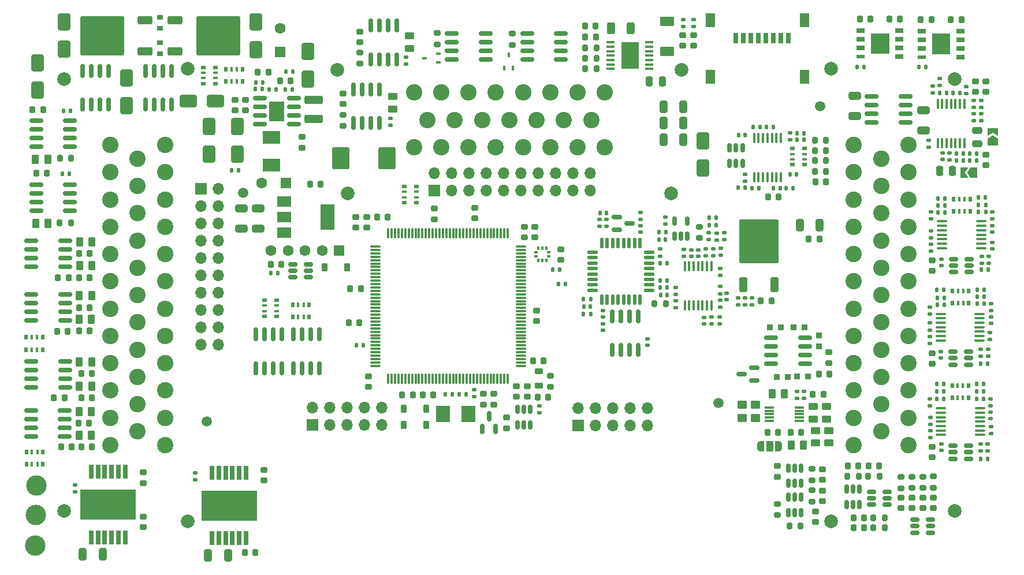
<source format=gbr>
%TF.GenerationSoftware,KiCad,Pcbnew,7.0.1*%
%TF.CreationDate,2024-06-21T03:41:51+03:00*%
%TF.ProjectId,ECUGDI,45435547-4449-42e6-9b69-6361645f7063,rev?*%
%TF.SameCoordinates,Original*%
%TF.FileFunction,Soldermask,Top*%
%TF.FilePolarity,Negative*%
%FSLAX46Y46*%
G04 Gerber Fmt 4.6, Leading zero omitted, Abs format (unit mm)*
G04 Created by KiCad (PCBNEW 7.0.1) date 2024-06-21 03:41:51*
%MOMM*%
%LPD*%
G01*
G04 APERTURE LIST*
G04 Aperture macros list*
%AMRoundRect*
0 Rectangle with rounded corners*
0 $1 Rounding radius*
0 $2 $3 $4 $5 $6 $7 $8 $9 X,Y pos of 4 corners*
0 Add a 4 corners polygon primitive as box body*
4,1,4,$2,$3,$4,$5,$6,$7,$8,$9,$2,$3,0*
0 Add four circle primitives for the rounded corners*
1,1,$1+$1,$2,$3*
1,1,$1+$1,$4,$5*
1,1,$1+$1,$6,$7*
1,1,$1+$1,$8,$9*
0 Add four rect primitives between the rounded corners*
20,1,$1+$1,$2,$3,$4,$5,0*
20,1,$1+$1,$4,$5,$6,$7,0*
20,1,$1+$1,$6,$7,$8,$9,0*
20,1,$1+$1,$8,$9,$2,$3,0*%
%AMFreePoly0*
4,1,19,0.550000,-0.750000,0.000000,-0.750000,0.000000,-0.744911,-0.071157,-0.744911,-0.207708,-0.704816,-0.327430,-0.627875,-0.420627,-0.520320,-0.479746,-0.390866,-0.500000,-0.250000,-0.500000,0.250000,-0.479746,0.390866,-0.420627,0.520320,-0.327430,0.627875,-0.207708,0.704816,-0.071157,0.744911,0.000000,0.744911,0.000000,0.750000,0.550000,0.750000,0.550000,-0.750000,0.550000,-0.750000,
$1*%
%AMFreePoly1*
4,1,19,0.000000,0.744911,0.071157,0.744911,0.207708,0.704816,0.327430,0.627875,0.420627,0.520320,0.479746,0.390866,0.500000,0.250000,0.500000,-0.250000,0.479746,-0.390866,0.420627,-0.520320,0.327430,-0.627875,0.207708,-0.704816,0.071157,-0.744911,0.000000,-0.744911,0.000000,-0.750000,-0.550000,-0.750000,-0.550000,0.750000,0.000000,0.750000,0.000000,0.744911,0.000000,0.744911,
$1*%
%AMFreePoly2*
4,1,6,1.000000,0.000000,0.500000,-0.750000,-0.500000,-0.750000,-0.500000,0.750000,0.500000,0.750000,1.000000,0.000000,1.000000,0.000000,$1*%
%AMFreePoly3*
4,1,6,0.500000,-0.750000,-0.650000,-0.750000,-0.150000,0.000000,-0.650000,0.750000,0.500000,0.750000,0.500000,-0.750000,0.500000,-0.750000,$1*%
G04 Aperture macros list end*
%ADD10C,1.500000*%
%ADD11RoundRect,0.085000X0.340000X0.340000X-0.340000X0.340000X-0.340000X-0.340000X0.340000X-0.340000X0*%
%ADD12RoundRect,0.225000X-0.250000X0.225000X-0.250000X-0.225000X0.250000X-0.225000X0.250000X0.225000X0*%
%ADD13RoundRect,0.150000X-0.150000X0.825000X-0.150000X-0.825000X0.150000X-0.825000X0.150000X0.825000X0*%
%ADD14RoundRect,0.250000X0.450000X-0.262500X0.450000X0.262500X-0.450000X0.262500X-0.450000X-0.262500X0*%
%ADD15RoundRect,0.200000X0.275000X-0.200000X0.275000X0.200000X-0.275000X0.200000X-0.275000X-0.200000X0*%
%ADD16RoundRect,0.250000X0.650000X-1.000000X0.650000X1.000000X-0.650000X1.000000X-0.650000X-1.000000X0*%
%ADD17RoundRect,0.225000X0.250000X-0.225000X0.250000X0.225000X-0.250000X0.225000X-0.250000X-0.225000X0*%
%ADD18RoundRect,0.250000X0.262500X0.450000X-0.262500X0.450000X-0.262500X-0.450000X0.262500X-0.450000X0*%
%ADD19RoundRect,0.250000X0.650000X-0.325000X0.650000X0.325000X-0.650000X0.325000X-0.650000X-0.325000X0*%
%ADD20RoundRect,0.135000X0.135000X0.185000X-0.135000X0.185000X-0.135000X-0.185000X0.135000X-0.185000X0*%
%ADD21RoundRect,0.200000X-0.275000X0.200000X-0.275000X-0.200000X0.275000X-0.200000X0.275000X0.200000X0*%
%ADD22RoundRect,0.150000X0.150000X-0.825000X0.150000X0.825000X-0.150000X0.825000X-0.150000X-0.825000X0*%
%ADD23RoundRect,0.135000X-0.185000X0.135000X-0.185000X-0.135000X0.185000X-0.135000X0.185000X0.135000X0*%
%ADD24RoundRect,0.135000X0.185000X-0.135000X0.185000X0.135000X-0.185000X0.135000X-0.185000X-0.135000X0*%
%ADD25C,3.000000*%
%ADD26RoundRect,0.140000X-0.140000X-0.170000X0.140000X-0.170000X0.140000X0.170000X-0.140000X0.170000X0*%
%ADD27RoundRect,0.225000X-0.225000X-0.250000X0.225000X-0.250000X0.225000X0.250000X-0.225000X0.250000X0*%
%ADD28RoundRect,0.150000X0.825000X0.150000X-0.825000X0.150000X-0.825000X-0.150000X0.825000X-0.150000X0*%
%ADD29R,0.500000X0.800000*%
%ADD30R,0.400000X0.800000*%
%ADD31RoundRect,0.075000X0.075000X-0.662500X0.075000X0.662500X-0.075000X0.662500X-0.075000X-0.662500X0*%
%ADD32RoundRect,0.075000X0.662500X-0.075000X0.662500X0.075000X-0.662500X0.075000X-0.662500X-0.075000X0*%
%ADD33RoundRect,0.140000X0.170000X-0.140000X0.170000X0.140000X-0.170000X0.140000X-0.170000X-0.140000X0*%
%ADD34R,0.800000X0.500000*%
%ADD35R,0.800000X0.400000*%
%ADD36RoundRect,0.225000X0.225000X0.250000X-0.225000X0.250000X-0.225000X-0.250000X0.225000X-0.250000X0*%
%ADD37RoundRect,0.200000X-0.200000X-0.275000X0.200000X-0.275000X0.200000X0.275000X-0.200000X0.275000X0*%
%ADD38RoundRect,0.225000X-0.225000X-0.375000X0.225000X-0.375000X0.225000X0.375000X-0.225000X0.375000X0*%
%ADD39RoundRect,0.218750X0.256250X-0.218750X0.256250X0.218750X-0.256250X0.218750X-0.256250X-0.218750X0*%
%ADD40RoundRect,0.250000X-0.650000X1.000000X-0.650000X-1.000000X0.650000X-1.000000X0.650000X1.000000X0*%
%ADD41RoundRect,0.150000X-0.825000X-0.150000X0.825000X-0.150000X0.825000X0.150000X-0.825000X0.150000X0*%
%ADD42RoundRect,0.100000X0.100000X-0.637500X0.100000X0.637500X-0.100000X0.637500X-0.100000X-0.637500X0*%
%ADD43RoundRect,0.250000X-0.450000X0.350000X-0.450000X-0.350000X0.450000X-0.350000X0.450000X0.350000X0*%
%ADD44RoundRect,0.135000X-0.135000X-0.185000X0.135000X-0.185000X0.135000X0.185000X-0.135000X0.185000X0*%
%ADD45R,1.400000X0.300000*%
%ADD46RoundRect,0.140000X0.140000X0.170000X-0.140000X0.170000X-0.140000X-0.170000X0.140000X-0.170000X0*%
%ADD47RoundRect,0.150000X0.512500X0.150000X-0.512500X0.150000X-0.512500X-0.150000X0.512500X-0.150000X0*%
%ADD48RoundRect,0.200000X0.200000X0.275000X-0.200000X0.275000X-0.200000X-0.275000X0.200000X-0.275000X0*%
%ADD49RoundRect,0.218750X0.218750X0.256250X-0.218750X0.256250X-0.218750X-0.256250X0.218750X-0.256250X0*%
%ADD50RoundRect,0.140000X-0.170000X0.140000X-0.170000X-0.140000X0.170000X-0.140000X0.170000X0.140000X0*%
%ADD51RoundRect,0.150000X-0.150000X0.512500X-0.150000X-0.512500X0.150000X-0.512500X0.150000X0.512500X0*%
%ADD52R,2.000000X2.400000*%
%ADD53R,0.450000X0.700000*%
%ADD54RoundRect,0.250000X0.250000X0.475000X-0.250000X0.475000X-0.250000X-0.475000X0.250000X-0.475000X0*%
%ADD55RoundRect,0.250000X-1.075000X0.375000X-1.075000X-0.375000X1.075000X-0.375000X1.075000X0.375000X0*%
%ADD56FreePoly0,0.000000*%
%ADD57R,1.000000X1.500000*%
%ADD58FreePoly1,0.000000*%
%ADD59RoundRect,0.250000X0.312500X0.625000X-0.312500X0.625000X-0.312500X-0.625000X0.312500X-0.625000X0*%
%ADD60RoundRect,0.100000X0.637500X0.100000X-0.637500X0.100000X-0.637500X-0.100000X0.637500X-0.100000X0*%
%ADD61R,0.650000X2.000000*%
%ADD62R,8.100000X4.500000*%
%ADD63RoundRect,0.250000X0.325000X0.650000X-0.325000X0.650000X-0.325000X-0.650000X0.325000X-0.650000X0*%
%ADD64RoundRect,0.070000X0.390000X-0.280000X0.390000X0.280000X-0.390000X0.280000X-0.390000X-0.280000X0*%
%ADD65R,1.700000X1.700000*%
%ADD66O,1.700000X1.700000*%
%ADD67RoundRect,0.250000X-0.450000X0.262500X-0.450000X-0.262500X0.450000X-0.262500X0.450000X0.262500X0*%
%ADD68R,2.500000X1.900000*%
%ADD69RoundRect,0.070000X-0.390000X0.280000X-0.390000X-0.280000X0.390000X-0.280000X0.390000X0.280000X0*%
%ADD70RoundRect,0.150000X0.150000X-0.512500X0.150000X0.512500X-0.150000X0.512500X-0.150000X-0.512500X0*%
%ADD71RoundRect,0.100000X-0.100000X0.637500X-0.100000X-0.637500X0.100000X-0.637500X0.100000X0.637500X0*%
%ADD72RoundRect,0.150000X-0.512500X-0.150000X0.512500X-0.150000X0.512500X0.150000X-0.512500X0.150000X0*%
%ADD73R,1.310000X0.650000*%
%ADD74R,1.310000X0.600000*%
%ADD75R,1.325000X1.500000*%
%ADD76RoundRect,0.250000X-0.850000X-0.350000X0.850000X-0.350000X0.850000X0.350000X-0.850000X0.350000X0*%
%ADD77RoundRect,0.249997X-2.950003X-2.650003X2.950003X-2.650003X2.950003X2.650003X-2.950003X2.650003X0*%
%ADD78R,2.290000X3.000000*%
%ADD79RoundRect,0.218750X-0.381250X0.218750X-0.381250X-0.218750X0.381250X-0.218750X0.381250X0.218750X0*%
%ADD80R,1.600000X1.600000*%
%ADD81C,1.600000*%
%ADD82R,0.700000X0.450000*%
%ADD83RoundRect,0.250000X-0.325000X-0.650000X0.325000X-0.650000X0.325000X0.650000X-0.325000X0.650000X0*%
%ADD84R,2.000000X1.500000*%
%ADD85R,2.000000X3.800000*%
%ADD86RoundRect,0.100000X-0.175000X-0.100000X0.175000X-0.100000X0.175000X0.100000X-0.175000X0.100000X0*%
%ADD87RoundRect,0.100000X-0.100000X-0.175000X0.100000X-0.175000X0.100000X0.175000X-0.100000X0.175000X0*%
%ADD88RoundRect,0.250000X0.800000X-0.450000X0.800000X0.450000X-0.800000X0.450000X-0.800000X-0.450000X0*%
%ADD89RoundRect,0.218750X-0.256250X0.218750X-0.256250X-0.218750X0.256250X-0.218750X0.256250X0.218750X0*%
%ADD90R,0.800000X1.500000*%
%ADD91R,1.450000X2.000000*%
%ADD92RoundRect,0.250000X0.450000X-0.350000X0.450000X0.350000X-0.450000X0.350000X-0.450000X-0.350000X0*%
%ADD93RoundRect,0.150000X0.587500X0.150000X-0.587500X0.150000X-0.587500X-0.150000X0.587500X-0.150000X0*%
%ADD94RoundRect,0.085000X-0.340000X-0.340000X0.340000X-0.340000X0.340000X0.340000X-0.340000X0.340000X0*%
%ADD95RoundRect,0.125000X-0.125000X0.625000X-0.125000X-0.625000X0.125000X-0.625000X0.125000X0.625000X0*%
%ADD96RoundRect,0.125000X-0.625000X0.125000X-0.625000X-0.125000X0.625000X-0.125000X0.625000X0.125000X0*%
%ADD97RoundRect,0.250000X0.350000X-0.850000X0.350000X0.850000X-0.350000X0.850000X-0.350000X-0.850000X0*%
%ADD98RoundRect,0.249997X2.650003X-2.950003X2.650003X2.950003X-2.650003X2.950003X-2.650003X-2.950003X0*%
%ADD99FreePoly2,180.000000*%
%ADD100FreePoly3,180.000000*%
%ADD101RoundRect,0.250000X1.000000X-1.400000X1.000000X1.400000X-1.000000X1.400000X-1.000000X-1.400000X0*%
%ADD102RoundRect,0.150000X-0.587500X-0.150000X0.587500X-0.150000X0.587500X0.150000X-0.587500X0.150000X0*%
%ADD103FreePoly2,90.000000*%
%ADD104FreePoly3,90.000000*%
%ADD105R,1.310000X0.450000*%
%ADD106R,2.650000X4.000000*%
%ADD107RoundRect,0.250000X-0.475000X0.250000X-0.475000X-0.250000X0.475000X-0.250000X0.475000X0.250000X0*%
%ADD108RoundRect,0.250000X1.000000X0.650000X-1.000000X0.650000X-1.000000X-0.650000X1.000000X-0.650000X0*%
%ADD109RoundRect,0.085000X-0.340000X0.340000X-0.340000X-0.340000X0.340000X-0.340000X0.340000X0.340000X0*%
%ADD110RoundRect,0.150000X0.150000X-0.587500X0.150000X0.587500X-0.150000X0.587500X-0.150000X-0.587500X0*%
%ADD111RoundRect,0.250000X0.850000X0.350000X-0.850000X0.350000X-0.850000X-0.350000X0.850000X-0.350000X0*%
%ADD112RoundRect,0.249997X2.950003X2.650003X-2.950003X2.650003X-2.950003X-2.650003X2.950003X-2.650003X0*%
%ADD113C,2.000000*%
%ADD114C,2.400000*%
G04 APERTURE END LIST*
D10*
%TO.C,J15*%
X95150000Y-104500000D03*
%TD*%
%TO.C,J14*%
X170150000Y-101850000D03*
%TD*%
%TO.C,J11*%
X185050000Y-58350000D03*
%TD*%
%TO.C,J10*%
X100450000Y-71000000D03*
%TD*%
D11*
%TO.C,C13*%
X180290001Y-97987500D03*
X178709999Y-97987500D03*
%TD*%
D12*
%TO.C,C130*%
X207800000Y-54650000D03*
X207800000Y-56200000D03*
%TD*%
D13*
%TO.C,U51*%
X106130000Y-91775000D03*
X104860000Y-91775000D03*
X103590000Y-91775000D03*
X102320000Y-91775000D03*
X102320000Y-96725000D03*
X103590000Y-96725000D03*
X104860000Y-96725000D03*
X106130000Y-96725000D03*
%TD*%
D14*
%TO.C,R122*%
X186350000Y-107712500D03*
X186350000Y-105887500D03*
%TD*%
D15*
%TO.C,R155*%
X115130038Y-61212500D03*
X115130038Y-59562500D03*
%TD*%
D16*
%TO.C,D1*%
X102300000Y-49990000D03*
X102300000Y-45990000D03*
%TD*%
D17*
%TO.C,C68*%
X137200000Y-102050000D03*
X137200000Y-100500000D03*
%TD*%
D18*
%TO.C,R165*%
X78287500Y-86080000D03*
X76462500Y-86080000D03*
%TD*%
D19*
%TO.C,C112*%
X102700000Y-76275000D03*
X102700000Y-73325000D03*
%TD*%
D12*
%TO.C,C133*%
X209350000Y-54650000D03*
X209350000Y-56200000D03*
%TD*%
D15*
%TO.C,R113*%
X200100000Y-114275000D03*
X200100000Y-112625000D03*
%TD*%
D20*
%TO.C,R99*%
X182674829Y-62250000D03*
X181654829Y-62250000D03*
%TD*%
D21*
%TO.C,R120*%
X183850000Y-111485000D03*
X183850000Y-113135000D03*
%TD*%
D22*
%TO.C,U40*%
X116675038Y-60762500D03*
X117945038Y-60762500D03*
X119215038Y-60762500D03*
X120485038Y-60762500D03*
X120485038Y-55812500D03*
X119215038Y-55812500D03*
X117945038Y-55812500D03*
X116675038Y-55812500D03*
%TD*%
D23*
%TO.C,R139*%
X207600000Y-59440000D03*
X207600000Y-60460000D03*
%TD*%
D15*
%TO.C,R114*%
X183850000Y-116275000D03*
X183850000Y-114625000D03*
%TD*%
D24*
%TO.C,R23*%
X162350000Y-75572500D03*
X162350000Y-74552500D03*
%TD*%
D17*
%TO.C,C117*%
X184400000Y-119275000D03*
X184400000Y-117725000D03*
%TD*%
D23*
%TO.C,R147*%
X202600000Y-54240000D03*
X202600000Y-55260000D03*
%TD*%
D25*
%TO.C,J3*%
X70100000Y-118250000D03*
%TD*%
D26*
%TO.C,C83*%
X208620000Y-96100000D03*
X209580000Y-96100000D03*
%TD*%
D27*
%TO.C,C62*%
X115950000Y-90100000D03*
X117500000Y-90100000D03*
%TD*%
D24*
%TO.C,R75*%
X201350000Y-74810000D03*
X201350000Y-73790000D03*
%TD*%
D28*
%TO.C,U17*%
X147075000Y-51455000D03*
X147075000Y-50185000D03*
X147075000Y-48915000D03*
X147075000Y-47645000D03*
X142125000Y-47645000D03*
X142125000Y-48915000D03*
X142125000Y-50185000D03*
X142125000Y-51455000D03*
%TD*%
D29*
%TO.C,RN14*%
X68650000Y-94000000D03*
D30*
X69450000Y-94000000D03*
X70250000Y-94000000D03*
D29*
X71050000Y-94000000D03*
X71050000Y-92200000D03*
D30*
X70250000Y-92200000D03*
X69450000Y-92200000D03*
D29*
X68650000Y-92200000D03*
%TD*%
D20*
%TO.C,R102*%
X107760000Y-53250000D03*
X106740000Y-53250000D03*
%TD*%
D23*
%TO.C,R131*%
X181675000Y-100102500D03*
X181675000Y-101122500D03*
%TD*%
D31*
%TO.C,U4*%
X121750000Y-98300000D03*
X122250000Y-98300000D03*
X122750000Y-98300000D03*
X123250000Y-98300000D03*
X123750000Y-98300000D03*
X124250000Y-98300000D03*
X124750000Y-98300000D03*
X125250000Y-98300000D03*
X125750000Y-98300000D03*
X126250000Y-98300000D03*
X126750000Y-98300000D03*
X127250000Y-98300000D03*
X127750000Y-98300000D03*
X128250000Y-98300000D03*
X128750000Y-98300000D03*
X129250000Y-98300000D03*
X129750000Y-98300000D03*
X130250000Y-98300000D03*
X130750000Y-98300000D03*
X131250000Y-98300000D03*
X131750000Y-98300000D03*
X132250000Y-98300000D03*
X132750000Y-98300000D03*
X133250000Y-98300000D03*
X133750000Y-98300000D03*
X134250000Y-98300000D03*
X134750000Y-98300000D03*
X135250000Y-98300000D03*
X135750000Y-98300000D03*
X136250000Y-98300000D03*
X136750000Y-98300000D03*
X137250000Y-98300000D03*
X137750000Y-98300000D03*
X138250000Y-98300000D03*
X138750000Y-98300000D03*
X139250000Y-98300000D03*
D32*
X141162500Y-96387500D03*
X141162500Y-95887500D03*
X141162500Y-95387500D03*
X141162500Y-94887500D03*
X141162500Y-94387500D03*
X141162500Y-93887500D03*
X141162500Y-93387500D03*
X141162500Y-92887500D03*
X141162500Y-92387500D03*
X141162500Y-91887500D03*
X141162500Y-91387500D03*
X141162500Y-90887500D03*
X141162500Y-90387500D03*
X141162500Y-89887500D03*
X141162500Y-89387500D03*
X141162500Y-88887500D03*
X141162500Y-88387500D03*
X141162500Y-87887500D03*
X141162500Y-87387500D03*
X141162500Y-86887500D03*
X141162500Y-86387500D03*
X141162500Y-85887500D03*
X141162500Y-85387500D03*
X141162500Y-84887500D03*
X141162500Y-84387500D03*
X141162500Y-83887500D03*
X141162500Y-83387500D03*
X141162500Y-82887500D03*
X141162500Y-82387500D03*
X141162500Y-81887500D03*
X141162500Y-81387500D03*
X141162500Y-80887500D03*
X141162500Y-80387500D03*
X141162500Y-79887500D03*
X141162500Y-79387500D03*
X141162500Y-78887500D03*
D31*
X139250000Y-76975000D03*
X138750000Y-76975000D03*
X138250000Y-76975000D03*
X137750000Y-76975000D03*
X137250000Y-76975000D03*
X136750000Y-76975000D03*
X136250000Y-76975000D03*
X135750000Y-76975000D03*
X135250000Y-76975000D03*
X134750000Y-76975000D03*
X134250000Y-76975000D03*
X133750000Y-76975000D03*
X133250000Y-76975000D03*
X132750000Y-76975000D03*
X132250000Y-76975000D03*
X131750000Y-76975000D03*
X131250000Y-76975000D03*
X130750000Y-76975000D03*
X130250000Y-76975000D03*
X129750000Y-76975000D03*
X129250000Y-76975000D03*
X128750000Y-76975000D03*
X128250000Y-76975000D03*
X127750000Y-76975000D03*
X127250000Y-76975000D03*
X126750000Y-76975000D03*
X126250000Y-76975000D03*
X125750000Y-76975000D03*
X125250000Y-76975000D03*
X124750000Y-76975000D03*
X124250000Y-76975000D03*
X123750000Y-76975000D03*
X123250000Y-76975000D03*
X122750000Y-76975000D03*
X122250000Y-76975000D03*
X121750000Y-76975000D03*
D32*
X119837500Y-78887500D03*
X119837500Y-79387500D03*
X119837500Y-79887500D03*
X119837500Y-80387500D03*
X119837500Y-80887500D03*
X119837500Y-81387500D03*
X119837500Y-81887500D03*
X119837500Y-82387500D03*
X119837500Y-82887500D03*
X119837500Y-83387500D03*
X119837500Y-83887500D03*
X119837500Y-84387500D03*
X119837500Y-84887500D03*
X119837500Y-85387500D03*
X119837500Y-85887500D03*
X119837500Y-86387500D03*
X119837500Y-86887500D03*
X119837500Y-87387500D03*
X119837500Y-87887500D03*
X119837500Y-88387500D03*
X119837500Y-88887500D03*
X119837500Y-89387500D03*
X119837500Y-89887500D03*
X119837500Y-90387500D03*
X119837500Y-90887500D03*
X119837500Y-91387500D03*
X119837500Y-91887500D03*
X119837500Y-92387500D03*
X119837500Y-92887500D03*
X119837500Y-93387500D03*
X119837500Y-93887500D03*
X119837500Y-94387500D03*
X119837500Y-94887500D03*
X119837500Y-95387500D03*
X119837500Y-95887500D03*
X119837500Y-96387500D03*
%TD*%
D24*
%TO.C,R27*%
X163900000Y-87885000D03*
X163900000Y-86865000D03*
%TD*%
D33*
%TO.C,C20*%
X166200000Y-80342500D03*
X166200000Y-79382500D03*
%TD*%
D23*
%TO.C,R132*%
X182675000Y-100102500D03*
X182675000Y-101122500D03*
%TD*%
D12*
%TO.C,C76*%
X142150000Y-99375000D03*
X142150000Y-100925000D03*
%TD*%
D34*
%TO.C,RN4*%
X182785171Y-66900000D03*
D35*
X182785171Y-66100000D03*
X182785171Y-65300000D03*
D34*
X182785171Y-64500000D03*
X180985171Y-64500000D03*
D35*
X180985171Y-65300000D03*
X180985171Y-66100000D03*
D34*
X180985171Y-66900000D03*
%TD*%
D20*
%TO.C,R16*%
X162620000Y-84925000D03*
X161600000Y-84925000D03*
%TD*%
D33*
%TO.C,C28*%
X153700000Y-75880000D03*
X153700000Y-74920000D03*
%TD*%
D13*
%TO.C,U32*%
X80705000Y-53125000D03*
X79435000Y-53125000D03*
X78165000Y-53125000D03*
X76895000Y-53125000D03*
X76895000Y-58075000D03*
X78165000Y-58075000D03*
X79435000Y-58075000D03*
X80705000Y-58075000D03*
%TD*%
D36*
%TO.C,C79*%
X145175000Y-100950000D03*
X143625000Y-100950000D03*
%TD*%
D20*
%TO.C,R68*%
X203360000Y-71850000D03*
X202340000Y-71850000D03*
%TD*%
D23*
%TO.C,R11*%
X170450000Y-79152500D03*
X170450000Y-80172500D03*
%TD*%
D18*
%TO.C,R135*%
X179812500Y-100487500D03*
X177987500Y-100487500D03*
%TD*%
D27*
%TO.C,C78*%
X104537500Y-81550000D03*
X106087500Y-81550000D03*
%TD*%
D37*
%TO.C,R1*%
X150625000Y-49745000D03*
X152275000Y-49745000D03*
%TD*%
D38*
%TO.C,D17*%
X124000000Y-105050000D03*
X127300000Y-105050000D03*
%TD*%
D39*
%TO.C,L1*%
X186350000Y-95975000D03*
X186350000Y-94400000D03*
%TD*%
D18*
%TO.C,R172*%
X78262500Y-99350000D03*
X76437500Y-99350000D03*
%TD*%
D12*
%TO.C,C124*%
X201650000Y-115700000D03*
X201650000Y-117250000D03*
%TD*%
D17*
%TO.C,C72*%
X143250000Y-77525000D03*
X143250000Y-75975000D03*
%TD*%
D40*
%TO.C,D14*%
X70350000Y-51950000D03*
X70350000Y-55950000D03*
%TD*%
D41*
%TO.C,U47*%
X69425000Y-95695000D03*
X69425000Y-96965000D03*
X69425000Y-98235000D03*
X69425000Y-99505000D03*
X74375000Y-99505000D03*
X74375000Y-98235000D03*
X74375000Y-96965000D03*
X74375000Y-95695000D03*
%TD*%
D36*
%TO.C,C168*%
X78325000Y-108300000D03*
X76775000Y-108300000D03*
%TD*%
D42*
%TO.C,U12*%
X175385171Y-68712500D03*
X176035171Y-68712500D03*
X176685171Y-68712500D03*
X177335171Y-68712500D03*
X177985171Y-68712500D03*
X178635171Y-68712500D03*
X179285171Y-68712500D03*
X179285171Y-62987500D03*
X178635171Y-62987500D03*
X177985171Y-62987500D03*
X177335171Y-62987500D03*
X176685171Y-62987500D03*
X176035171Y-62987500D03*
X175385171Y-62987500D03*
%TD*%
D28*
%TO.C,U18*%
X136025000Y-51450000D03*
X136025000Y-50180000D03*
X136025000Y-48910000D03*
X136025000Y-47640000D03*
X131075000Y-47640000D03*
X131075000Y-48910000D03*
X131075000Y-50180000D03*
X131075000Y-51450000D03*
%TD*%
D13*
%TO.C,U31*%
X89955000Y-53125000D03*
X88685000Y-53125000D03*
X87415000Y-53125000D03*
X86145000Y-53125000D03*
X86145000Y-58075000D03*
X87415000Y-58075000D03*
X88685000Y-58075000D03*
X89955000Y-58075000D03*
%TD*%
D27*
%TO.C,C129*%
X177350000Y-106125000D03*
X178900000Y-106125000D03*
%TD*%
D12*
%TO.C,C66*%
X143500000Y-88275000D03*
X143500000Y-89825000D03*
%TD*%
D20*
%TO.C,R160*%
X75010000Y-68200000D03*
X73990000Y-68200000D03*
%TD*%
D12*
%TO.C,C71*%
X117000000Y-74575000D03*
X117000000Y-76125000D03*
%TD*%
D43*
%TO.C,R134*%
X173600000Y-102050000D03*
X173600000Y-104050000D03*
%TD*%
D36*
%TO.C,C104*%
X196737500Y-45525000D03*
X195187500Y-45525000D03*
%TD*%
%TO.C,C156*%
X77950000Y-91280000D03*
X76400000Y-91280000D03*
%TD*%
D23*
%TO.C,R33*%
X164950000Y-45590000D03*
X164950000Y-46610000D03*
%TD*%
D44*
%TO.C,R52*%
X104540000Y-82800000D03*
X105560000Y-82800000D03*
%TD*%
D26*
%TO.C,C110*%
X102370000Y-54800000D03*
X103330000Y-54800000D03*
%TD*%
D27*
%TO.C,C126*%
X180750000Y-106125000D03*
X182300000Y-106125000D03*
%TD*%
D29*
%TO.C,RN7*%
X97960698Y-54700000D03*
D30*
X98760698Y-54700000D03*
X99560698Y-54700000D03*
D29*
X100360698Y-54700000D03*
X100360698Y-52900000D03*
D30*
X99560698Y-52900000D03*
X98760698Y-52900000D03*
D29*
X97960698Y-52900000D03*
%TD*%
D12*
%TO.C,C59*%
X134400000Y-73175000D03*
X134400000Y-74725000D03*
%TD*%
D20*
%TO.C,R144*%
X207970000Y-65250000D03*
X206950000Y-65250000D03*
%TD*%
D26*
%TO.C,C99*%
X181684829Y-63250000D03*
X182644829Y-63250000D03*
%TD*%
%TO.C,C88*%
X208701250Y-82300000D03*
X209661250Y-82300000D03*
%TD*%
D45*
%TO.C,U25*%
X182025000Y-104475000D03*
X182025000Y-103975000D03*
X182025000Y-103475000D03*
X182025000Y-102975000D03*
X182025000Y-102475000D03*
X177625000Y-102475000D03*
X177625000Y-102975000D03*
X177625000Y-103475000D03*
X177625000Y-103975000D03*
X177625000Y-104475000D03*
%TD*%
D27*
%TO.C,C2*%
X150575000Y-46545000D03*
X152125000Y-46545000D03*
%TD*%
D23*
%TO.C,R95*%
X180635171Y-62240000D03*
X180635171Y-63260000D03*
%TD*%
D37*
%TO.C,R161*%
X73575000Y-75450000D03*
X75225000Y-75450000D03*
%TD*%
D46*
%TO.C,C25*%
X153730000Y-74000000D03*
X152770000Y-74000000D03*
%TD*%
D33*
%TO.C,C15*%
X159740000Y-93395000D03*
X159740000Y-92435000D03*
%TD*%
D23*
%TO.C,R88*%
X201200000Y-103909315D03*
X201200000Y-104929315D03*
%TD*%
D47*
%TO.C,U7*%
X206837500Y-96200000D03*
X206837500Y-95250000D03*
X206837500Y-94300000D03*
X204562500Y-94300000D03*
X204562500Y-95250000D03*
X204562500Y-96200000D03*
%TD*%
D48*
%TO.C,R112*%
X182175000Y-119900000D03*
X180525000Y-119900000D03*
%TD*%
D49*
%TO.C,D3*%
X177937500Y-86850000D03*
X176362500Y-86850000D03*
%TD*%
D50*
%TO.C,C81*%
X209950000Y-91520000D03*
X209950000Y-92480000D03*
%TD*%
D23*
%TO.C,R61*%
X209650000Y-93940000D03*
X209650000Y-94960000D03*
%TD*%
D51*
%TO.C,U21*%
X190850000Y-114462500D03*
X189900000Y-114462500D03*
X188950000Y-114462500D03*
X188950000Y-116737500D03*
X189900000Y-116737500D03*
X190850000Y-116737500D03*
%TD*%
D49*
%TO.C,L2*%
X186437500Y-97637500D03*
X184862500Y-97637500D03*
%TD*%
D44*
%TO.C,R71*%
X202340000Y-73850000D03*
X203360000Y-73850000D03*
%TD*%
D17*
%TO.C,C74*%
X135650000Y-102050000D03*
X135650000Y-100500000D03*
%TD*%
D48*
%TO.C,R91*%
X185939829Y-64800000D03*
X184289829Y-64800000D03*
%TD*%
D52*
%TO.C,Y2*%
X129750000Y-103450000D03*
X133450000Y-103450000D03*
%TD*%
D38*
%TO.C,D24*%
X112400000Y-81900000D03*
X115700000Y-81900000D03*
%TD*%
D50*
%TO.C,C19*%
X170400000Y-82120000D03*
X170400000Y-83080000D03*
%TD*%
D53*
%TO.C,D29*%
X138750000Y-52745000D03*
X140050000Y-52745000D03*
X139400000Y-50745000D03*
%TD*%
D18*
%TO.C,R173*%
X78237500Y-103065000D03*
X76412500Y-103065000D03*
%TD*%
D48*
%TO.C,R90*%
X185939829Y-66300000D03*
X184289829Y-66300000D03*
%TD*%
D54*
%TO.C,C3*%
X161900000Y-54650000D03*
X160000000Y-54650000D03*
%TD*%
D12*
%TO.C,C60*%
X141700000Y-75975000D03*
X141700000Y-77525000D03*
%TD*%
D20*
%TO.C,R45*%
X99760000Y-67700000D03*
X98740000Y-67700000D03*
%TD*%
%TO.C,R15*%
X162650000Y-81317500D03*
X161630000Y-81317500D03*
%TD*%
D23*
%TO.C,R6*%
X169150000Y-89215000D03*
X169150000Y-90235000D03*
%TD*%
D17*
%TO.C,C63*%
X118850000Y-99475000D03*
X118850000Y-97925000D03*
%TD*%
D20*
%TO.C,R106*%
X103260000Y-55800000D03*
X102240000Y-55800000D03*
%TD*%
D44*
%TO.C,R53*%
X208040000Y-85200000D03*
X209060000Y-85200000D03*
%TD*%
D23*
%TO.C,R148*%
X204050000Y-65190000D03*
X204050000Y-66210000D03*
%TD*%
D48*
%TO.C,R111*%
X194525000Y-120150000D03*
X192875000Y-120150000D03*
%TD*%
D17*
%TO.C,C90*%
X201450000Y-109784315D03*
X201450000Y-108234315D03*
%TD*%
D44*
%TO.C,R146*%
X206990000Y-66250000D03*
X208010000Y-66250000D03*
%TD*%
D16*
%TO.C,D27*%
X109950000Y-54300000D03*
X109950000Y-50300000D03*
%TD*%
D20*
%TO.C,R44*%
X118060000Y-93400000D03*
X117040000Y-93400000D03*
%TD*%
%TO.C,R98*%
X181110000Y-70300000D03*
X180090000Y-70300000D03*
%TD*%
D29*
%TO.C,RN3*%
X206800000Y-99259315D03*
D30*
X206000000Y-99259315D03*
X205200000Y-99259315D03*
D29*
X204400000Y-99259315D03*
X204400000Y-101059315D03*
D30*
X205200000Y-101059315D03*
X206000000Y-101059315D03*
D29*
X206800000Y-101059315D03*
%TD*%
D17*
%TO.C,C85*%
X201450000Y-82475000D03*
X201450000Y-80925000D03*
%TD*%
D55*
%TO.C,L3*%
X110800000Y-57400000D03*
X110800000Y-60200000D03*
%TD*%
D20*
%TO.C,R56*%
X203210000Y-85200000D03*
X202190000Y-85200000D03*
%TD*%
D14*
%TO.C,R125*%
X184025000Y-104187500D03*
X184025000Y-102362500D03*
%TD*%
D36*
%TO.C,C166*%
X78325000Y-101100000D03*
X76775000Y-101100000D03*
%TD*%
D12*
%TO.C,C114*%
X198550000Y-115725000D03*
X198550000Y-117275000D03*
%TD*%
D26*
%TO.C,C23*%
X161410000Y-77862500D03*
X162370000Y-77862500D03*
%TD*%
D36*
%TO.C,C165*%
X78325000Y-97550000D03*
X76775000Y-97550000D03*
%TD*%
D25*
%TO.C,J1*%
X70000000Y-122750000D03*
%TD*%
D56*
%TO.C,JP1*%
X176350000Y-108150000D03*
D57*
X177650000Y-108150000D03*
D58*
X178950000Y-108150000D03*
%TD*%
D36*
%TO.C,C150*%
X71725000Y-68150000D03*
X70175000Y-68150000D03*
%TD*%
D20*
%TO.C,R100*%
X178160000Y-61400000D03*
X177140000Y-61400000D03*
%TD*%
D18*
%TO.C,R164*%
X78312500Y-81715000D03*
X76487500Y-81715000D03*
%TD*%
D59*
%TO.C,R36*%
X157300000Y-46850000D03*
X154375000Y-46850000D03*
%TD*%
D12*
%TO.C,C120*%
X196900000Y-115725000D03*
X196900000Y-117275000D03*
%TD*%
D44*
%TO.C,R105*%
X104240000Y-55850000D03*
X105260000Y-55850000D03*
%TD*%
D60*
%TO.C,U10*%
X208512500Y-106509315D03*
X208512500Y-105859315D03*
X208512500Y-105209315D03*
X208512500Y-104559315D03*
X208512500Y-103909315D03*
X208512500Y-103259315D03*
X208512500Y-102609315D03*
X202787500Y-102609315D03*
X202787500Y-103259315D03*
X202787500Y-103909315D03*
X202787500Y-104559315D03*
X202787500Y-105209315D03*
X202787500Y-105859315D03*
X202787500Y-106509315D03*
%TD*%
D61*
%TO.C,U38*%
X78190000Y-121525000D03*
X79190000Y-121525000D03*
X80190000Y-121525000D03*
X81190000Y-121525000D03*
X82190000Y-121525000D03*
X83190000Y-121525000D03*
X83190000Y-111925000D03*
X82190000Y-111925000D03*
X81190000Y-111925000D03*
X80190000Y-111925000D03*
X79190000Y-111925000D03*
X78190000Y-111925000D03*
D62*
X80690000Y-116725000D03*
%TD*%
D20*
%TO.C,R82*%
X209010000Y-101259315D03*
X207990000Y-101259315D03*
%TD*%
D63*
%TO.C,C7*%
X165025000Y-58400000D03*
X162075000Y-58400000D03*
%TD*%
D33*
%TO.C,C138*%
X203000000Y-66130000D03*
X203000000Y-65170000D03*
%TD*%
D23*
%TO.C,R7*%
X168250000Y-79202500D03*
X168250000Y-80222500D03*
%TD*%
D44*
%TO.C,R83*%
X202190000Y-101209315D03*
X203210000Y-101209315D03*
%TD*%
D64*
%TO.C,R3*%
X88300000Y-46850000D03*
X88300000Y-45250000D03*
%TD*%
D65*
%TO.C,J13*%
X94310000Y-70450000D03*
D66*
X96850000Y-70450000D03*
X94310000Y-72990000D03*
X96850000Y-72990000D03*
X94310000Y-75530000D03*
X96850000Y-75530000D03*
X94310000Y-78070000D03*
X96850000Y-78070000D03*
X94310000Y-80610000D03*
X96850000Y-80610000D03*
X94310000Y-83150000D03*
X96850000Y-83150000D03*
X94310000Y-85690000D03*
X96850000Y-85690000D03*
X94310000Y-88230000D03*
X96850000Y-88230000D03*
X94310000Y-90770000D03*
X96850000Y-90770000D03*
X94310000Y-93310000D03*
X96850000Y-93310000D03*
%TD*%
D11*
%TO.C,C29*%
X182740001Y-90700000D03*
X181159999Y-90700000D03*
%TD*%
D15*
%TO.C,R115*%
X196900000Y-114325000D03*
X196900000Y-112675000D03*
%TD*%
D20*
%TO.C,R25*%
X162410000Y-76762500D03*
X161390000Y-76762500D03*
%TD*%
D33*
%TO.C,C92*%
X210050000Y-104130000D03*
X210050000Y-103170000D03*
%TD*%
D67*
%TO.C,R121*%
X185975000Y-102350000D03*
X185975000Y-104175000D03*
%TD*%
D44*
%TO.C,R104*%
X190452500Y-52525000D03*
X191472500Y-52525000D03*
%TD*%
D63*
%TO.C,C10*%
X185000000Y-75750000D03*
X182050000Y-75750000D03*
%TD*%
D19*
%TO.C,C139*%
X190125000Y-59740000D03*
X190125000Y-56790000D03*
%TD*%
D68*
%TO.C,L4*%
X104600000Y-62850000D03*
X104600000Y-66950000D03*
%TD*%
D69*
%TO.C,R4*%
X88300000Y-49000000D03*
X88300000Y-50600000D03*
%TD*%
D33*
%TO.C,C16*%
X153190000Y-91195000D03*
X153190000Y-90235000D03*
%TD*%
D39*
%TO.C,D19*%
X99300000Y-58937500D03*
X99300000Y-57362500D03*
%TD*%
D14*
%TO.C,R159*%
X124850000Y-49812500D03*
X124850000Y-47987500D03*
%TD*%
D27*
%TO.C,C61*%
X116175000Y-85050000D03*
X117725000Y-85050000D03*
%TD*%
D23*
%TO.C,R32*%
X161640000Y-79265000D03*
X161640000Y-80285000D03*
%TD*%
D20*
%TO.C,R67*%
X203360000Y-72850000D03*
X202340000Y-72850000D03*
%TD*%
D23*
%TO.C,R21*%
X175100000Y-86400000D03*
X175100000Y-87420000D03*
%TD*%
D60*
%TO.C,U6*%
X208462500Y-92650000D03*
X208462500Y-92000000D03*
X208462500Y-91350000D03*
X208462500Y-90700000D03*
X208462500Y-90050000D03*
X208462500Y-89400000D03*
X208462500Y-88750000D03*
X202737500Y-88750000D03*
X202737500Y-89400000D03*
X202737500Y-90050000D03*
X202737500Y-90700000D03*
X202737500Y-91350000D03*
X202737500Y-92000000D03*
X202737500Y-92650000D03*
%TD*%
D26*
%TO.C,C98*%
X180655171Y-68300000D03*
X181615171Y-68300000D03*
%TD*%
D48*
%TO.C,R2*%
X152275000Y-51295000D03*
X150625000Y-51295000D03*
%TD*%
D26*
%TO.C,C93*%
X208620000Y-110059315D03*
X209580000Y-110059315D03*
%TD*%
D23*
%TO.C,R24*%
X173000000Y-86400000D03*
X173000000Y-87420000D03*
%TD*%
D13*
%TO.C,U30*%
X111630000Y-91775000D03*
X110360000Y-91775000D03*
X109090000Y-91775000D03*
X107820000Y-91775000D03*
X107820000Y-96725000D03*
X109090000Y-96725000D03*
X110360000Y-96725000D03*
X111630000Y-96725000D03*
%TD*%
D24*
%TO.C,R69*%
X208731250Y-81360000D03*
X208731250Y-80340000D03*
%TD*%
D65*
%TO.C,J8*%
X128510000Y-70650000D03*
D66*
X128510000Y-68110000D03*
X131050000Y-70650000D03*
X131050000Y-68110000D03*
X133590000Y-70650000D03*
X133590000Y-68110000D03*
X136130000Y-70650000D03*
X136130000Y-68110000D03*
X138670000Y-70650000D03*
X138670000Y-68110000D03*
X141210000Y-70650000D03*
X141210000Y-68110000D03*
X143750000Y-70650000D03*
X143750000Y-68110000D03*
X146290000Y-70650000D03*
X146290000Y-68110000D03*
X148830000Y-70650000D03*
X148830000Y-68110000D03*
X151370000Y-70650000D03*
X151370000Y-68110000D03*
%TD*%
D70*
%TO.C,U22*%
X180400000Y-113637500D03*
X181350000Y-113637500D03*
X182300000Y-113637500D03*
X182300000Y-111362500D03*
X181350000Y-111362500D03*
X180400000Y-111362500D03*
%TD*%
D23*
%TO.C,R34*%
X166500000Y-45590000D03*
X166500000Y-46610000D03*
%TD*%
D46*
%TO.C,C22*%
X162620000Y-85967500D03*
X161660000Y-85967500D03*
%TD*%
D23*
%TO.C,R8*%
X171000000Y-76852500D03*
X171000000Y-77872500D03*
%TD*%
D16*
%TO.C,D7*%
X74250000Y-49950000D03*
X74250000Y-45950000D03*
%TD*%
D23*
%TO.C,R76*%
X201331250Y-76561250D03*
X201331250Y-77581250D03*
%TD*%
D16*
%TO.C,D2*%
X167850000Y-67400000D03*
X167850000Y-63400000D03*
%TD*%
D50*
%TO.C,C94*%
X202800000Y-107829315D03*
X202800000Y-108789315D03*
%TD*%
D71*
%TO.C,U27*%
X206200000Y-57987500D03*
X205550000Y-57987500D03*
X204900000Y-57987500D03*
X204250000Y-57987500D03*
X203600000Y-57987500D03*
X202950000Y-57987500D03*
X202300000Y-57987500D03*
X202300000Y-63712500D03*
X202950000Y-63712500D03*
X203600000Y-63712500D03*
X204250000Y-63712500D03*
X204900000Y-63712500D03*
X205550000Y-63712500D03*
X206200000Y-63712500D03*
%TD*%
D24*
%TO.C,R87*%
X201150000Y-102219315D03*
X201150000Y-101199315D03*
%TD*%
D20*
%TO.C,R94*%
X179210000Y-70300000D03*
X178190000Y-70300000D03*
%TD*%
%TO.C,R151*%
X75135000Y-58950000D03*
X74115000Y-58950000D03*
%TD*%
%TO.C,R103*%
X107660000Y-55850000D03*
X106640000Y-55850000D03*
%TD*%
D23*
%TO.C,R141*%
X207550000Y-57440000D03*
X207550000Y-58460000D03*
%TD*%
D40*
%TO.C,D15*%
X95500000Y-61300000D03*
X95500000Y-65300000D03*
%TD*%
D14*
%TO.C,R156*%
X122430038Y-58700000D03*
X122430038Y-56875000D03*
%TD*%
D33*
%TO.C,C27*%
X152750000Y-75880000D03*
X152750000Y-74920000D03*
%TD*%
D25*
%TO.C,J2*%
X70150000Y-113950000D03*
%TD*%
D28*
%TO.C,U28*%
X197550000Y-60720000D03*
X197550000Y-59450000D03*
X197550000Y-58180000D03*
X197550000Y-56910000D03*
X192600000Y-56910000D03*
X192600000Y-58180000D03*
X192600000Y-59450000D03*
X192600000Y-60720000D03*
%TD*%
D41*
%TO.C,U48*%
X69400000Y-102910000D03*
X69400000Y-104180000D03*
X69400000Y-105450000D03*
X69400000Y-106720000D03*
X74350000Y-106720000D03*
X74350000Y-105450000D03*
X74350000Y-104180000D03*
X74350000Y-102910000D03*
%TD*%
D12*
%TO.C,C109*%
X109100000Y-62825000D03*
X109100000Y-64375000D03*
%TD*%
D44*
%TO.C,R97*%
X173025171Y-70250000D03*
X174045171Y-70250000D03*
%TD*%
D20*
%TO.C,R80*%
X203210000Y-99059315D03*
X202190000Y-99059315D03*
%TD*%
D28*
%TO.C,U33*%
X182825000Y-96055000D03*
X182825000Y-94785000D03*
X182825000Y-93515000D03*
X182825000Y-92245000D03*
X177875000Y-92245000D03*
X177875000Y-93515000D03*
X177875000Y-94785000D03*
X177875000Y-96055000D03*
%TD*%
D36*
%TO.C,C151*%
X74875000Y-83415000D03*
X73325000Y-83415000D03*
%TD*%
D44*
%TO.C,R93*%
X175025171Y-70300000D03*
X176045171Y-70300000D03*
%TD*%
D15*
%TO.C,R107*%
X139925000Y-49320000D03*
X139925000Y-47670000D03*
%TD*%
D24*
%TO.C,R74*%
X210300000Y-74810000D03*
X210300000Y-73790000D03*
%TD*%
D72*
%TO.C,U20*%
X198950000Y-118950000D03*
X198950000Y-119900000D03*
X198950000Y-120850000D03*
X201225000Y-120850000D03*
X201225000Y-119900000D03*
X201225000Y-118950000D03*
%TD*%
D33*
%TO.C,C87*%
X210300000Y-76780000D03*
X210300000Y-75820000D03*
%TD*%
D24*
%TO.C,R81*%
X208600000Y-108869315D03*
X208600000Y-107849315D03*
%TD*%
D28*
%TO.C,U42*%
X75075000Y-73655000D03*
X75075000Y-72385000D03*
X75075000Y-71115000D03*
X75075000Y-69845000D03*
X70125000Y-69845000D03*
X70125000Y-71115000D03*
X70125000Y-72385000D03*
X70125000Y-73655000D03*
%TD*%
D36*
%TO.C,C155*%
X77950000Y-87830000D03*
X76400000Y-87830000D03*
%TD*%
%TO.C,C67*%
X144525000Y-95650000D03*
X142975000Y-95650000D03*
%TD*%
D44*
%TO.C,R18*%
X168790000Y-74662500D03*
X169810000Y-74662500D03*
%TD*%
D23*
%TO.C,R20*%
X169900000Y-76902500D03*
X169900000Y-77922500D03*
%TD*%
D44*
%TO.C,R66*%
X208290000Y-72750000D03*
X209310000Y-72750000D03*
%TD*%
D23*
%TO.C,R150*%
X75790000Y-113815000D03*
X75790000Y-114835000D03*
%TD*%
D19*
%TO.C,C140*%
X200200000Y-61825000D03*
X200200000Y-58875000D03*
%TD*%
D70*
%TO.C,U23*%
X180400000Y-117925000D03*
X181350000Y-117925000D03*
X182300000Y-117925000D03*
X182300000Y-115650000D03*
X181350000Y-115650000D03*
X180400000Y-115650000D03*
%TD*%
D20*
%TO.C,R79*%
X203210000Y-100109315D03*
X202190000Y-100109315D03*
%TD*%
D73*
%TO.C,U15*%
X190987500Y-47230000D03*
X190987500Y-48500000D03*
X190987500Y-49770000D03*
D74*
X190987500Y-51040000D03*
D73*
X196677500Y-51040000D03*
X196677500Y-49770000D03*
X196677500Y-48500000D03*
X196677500Y-47230000D03*
D75*
X193170000Y-48385000D03*
X193170000Y-49885000D03*
X194495000Y-48385000D03*
X194495000Y-49885000D03*
%TD*%
D24*
%TO.C,R154*%
X122070038Y-61077500D03*
X122070038Y-60057500D03*
%TD*%
D36*
%TO.C,C147*%
X71150000Y-58800000D03*
X69600000Y-58800000D03*
%TD*%
D24*
%TO.C,R5*%
X170340000Y-90230000D03*
X170340000Y-89210000D03*
%TD*%
D46*
%TO.C,C69*%
X131080000Y-100550000D03*
X130120000Y-100550000D03*
%TD*%
D23*
%TO.C,R51*%
X143900000Y-102290000D03*
X143900000Y-103310000D03*
%TD*%
D12*
%TO.C,C148*%
X115080038Y-56412500D03*
X115080038Y-57962500D03*
%TD*%
D15*
%TO.C,R158*%
X117550000Y-52050000D03*
X117550000Y-50400000D03*
%TD*%
D23*
%TO.C,R19*%
X168750000Y-76852500D03*
X168750000Y-77872500D03*
%TD*%
D73*
%TO.C,U14*%
X199950000Y-47280000D03*
X199950000Y-48550000D03*
X199950000Y-49820000D03*
D74*
X199950000Y-51090000D03*
D73*
X205640000Y-51090000D03*
X205640000Y-49820000D03*
X205640000Y-48550000D03*
X205640000Y-47280000D03*
D75*
X202132500Y-48435000D03*
X202132500Y-49935000D03*
X203457500Y-48435000D03*
X203457500Y-49935000D03*
%TD*%
D50*
%TO.C,C21*%
X171350000Y-85720000D03*
X171350000Y-86680000D03*
%TD*%
D37*
%TO.C,R35*%
X150625000Y-52845000D03*
X152275000Y-52845000D03*
%TD*%
D18*
%TO.C,R129*%
X182612500Y-107975000D03*
X180787500Y-107975000D03*
%TD*%
D15*
%TO.C,R119*%
X201650000Y-114250000D03*
X201650000Y-112600000D03*
%TD*%
D27*
%TO.C,C75*%
X123775000Y-100650000D03*
X125325000Y-100650000D03*
%TD*%
D36*
%TO.C,C163*%
X74275000Y-101100000D03*
X72725000Y-101100000D03*
%TD*%
D76*
%TO.C,Q2*%
X90500000Y-45690000D03*
D77*
X96800000Y-47970000D03*
D76*
X90500000Y-50250000D03*
%TD*%
D28*
%TO.C,U16*%
X107895000Y-60955000D03*
X107895000Y-59685000D03*
X107895000Y-58415000D03*
X107895000Y-57145000D03*
X102945000Y-57145000D03*
X102945000Y-58415000D03*
X102945000Y-59685000D03*
X102945000Y-60955000D03*
D78*
X105420000Y-59050000D03*
%TD*%
D36*
%TO.C,C106*%
X107425000Y-54550000D03*
X105875000Y-54550000D03*
%TD*%
D44*
%TO.C,R59*%
X202240000Y-87450000D03*
X203260000Y-87450000D03*
%TD*%
D24*
%TO.C,R138*%
X206500000Y-56410000D03*
X206500000Y-55390000D03*
%TD*%
D20*
%TO.C,R142*%
X206070000Y-65250000D03*
X205050000Y-65250000D03*
%TD*%
D44*
%TO.C,R65*%
X208240000Y-71700000D03*
X209260000Y-71700000D03*
%TD*%
D71*
%TO.C,U35*%
X169100000Y-81800000D03*
X168450000Y-81800000D03*
X167800000Y-81800000D03*
X167150000Y-81800000D03*
X166500000Y-81800000D03*
X165850000Y-81800000D03*
X165200000Y-81800000D03*
X165200000Y-87525000D03*
X165850000Y-87525000D03*
X166500000Y-87525000D03*
X167150000Y-87525000D03*
X167800000Y-87525000D03*
X168450000Y-87525000D03*
X169100000Y-87525000D03*
%TD*%
D36*
%TO.C,C152*%
X74750000Y-91330000D03*
X73200000Y-91330000D03*
%TD*%
D44*
%TO.C,R31*%
X150380000Y-86565000D03*
X151400000Y-86565000D03*
%TD*%
D18*
%TO.C,R166*%
X78237500Y-89580000D03*
X76412500Y-89580000D03*
%TD*%
D79*
%TO.C,FB1*%
X143850000Y-97187500D03*
X143850000Y-99312500D03*
%TD*%
D67*
%TO.C,R126*%
X184375000Y-105887500D03*
X184375000Y-107712500D03*
%TD*%
D80*
%TO.C,J12*%
X114550000Y-79450000D03*
D81*
X112050000Y-79450000D03*
X109550000Y-79450000D03*
X107050000Y-79450000D03*
X104550000Y-79450000D03*
%TD*%
D20*
%TO.C,R58*%
X209060000Y-87300000D03*
X208040000Y-87300000D03*
%TD*%
D12*
%TO.C,C77*%
X140550000Y-99375000D03*
X140550000Y-100925000D03*
%TD*%
D23*
%TO.C,R73*%
X209781250Y-80340000D03*
X209781250Y-81360000D03*
%TD*%
D82*
%TO.C,D30*%
X129050000Y-51895000D03*
X129050000Y-50595000D03*
X127050000Y-51245000D03*
%TD*%
D23*
%TO.C,R72*%
X201331250Y-78561250D03*
X201331250Y-79581250D03*
%TD*%
D44*
%TO.C,R140*%
X205050000Y-66250000D03*
X206070000Y-66250000D03*
%TD*%
D21*
%TO.C,R14*%
X167350000Y-75987500D03*
X167350000Y-77637500D03*
%TD*%
D24*
%TO.C,R143*%
X208650000Y-58460000D03*
X208650000Y-57440000D03*
%TD*%
D61*
%TO.C,U37*%
X95900000Y-121675000D03*
X96900000Y-121675000D03*
X97900000Y-121675000D03*
X98900000Y-121675000D03*
X99900000Y-121675000D03*
X100900000Y-121675000D03*
X100900000Y-112075000D03*
X99900000Y-112075000D03*
X98900000Y-112075000D03*
X97900000Y-112075000D03*
X96900000Y-112075000D03*
X95900000Y-112075000D03*
D62*
X98400000Y-116875000D03*
%TD*%
D83*
%TO.C,C144*%
X76975000Y-124000000D03*
X79925000Y-124000000D03*
%TD*%
D37*
%TO.C,R13*%
X160765000Y-87275000D03*
X162415000Y-87275000D03*
%TD*%
D20*
%TO.C,R17*%
X162620000Y-83865000D03*
X161600000Y-83865000D03*
%TD*%
D27*
%TO.C,C121*%
X189112500Y-111050000D03*
X190662500Y-111050000D03*
%TD*%
D20*
%TO.C,R41*%
X146860000Y-82250000D03*
X145840000Y-82250000D03*
%TD*%
D44*
%TO.C,R77*%
X207990000Y-99059315D03*
X209010000Y-99059315D03*
%TD*%
D84*
%TO.C,U19*%
X106500000Y-72250000D03*
X106500000Y-74550000D03*
D85*
X112800000Y-74550000D03*
D84*
X106500000Y-76850000D03*
%TD*%
D40*
%TO.C,D16*%
X83400000Y-54200000D03*
X83400000Y-58200000D03*
%TD*%
D15*
%TO.C,R108*%
X128950000Y-49220000D03*
X128950000Y-47570000D03*
%TD*%
D36*
%TO.C,C153*%
X77975000Y-79915000D03*
X76425000Y-79915000D03*
%TD*%
D50*
%TO.C,C135*%
X201550000Y-55370000D03*
X201550000Y-56330000D03*
%TD*%
D20*
%TO.C,R96*%
X176260000Y-61400000D03*
X175240000Y-61400000D03*
%TD*%
D86*
%TO.C,U3*%
X143425000Y-79725000D03*
X143425000Y-80325000D03*
D87*
X143750000Y-80950000D03*
X144350000Y-80950000D03*
X144950000Y-80950000D03*
D86*
X145275000Y-80325000D03*
X145275000Y-79725000D03*
D87*
X144950000Y-79100000D03*
X144350000Y-79100000D03*
X143750000Y-79100000D03*
%TD*%
D27*
%TO.C,C128*%
X183975000Y-100550000D03*
X185525000Y-100550000D03*
%TD*%
D44*
%TO.C,R10*%
X168790000Y-75762500D03*
X169810000Y-75762500D03*
%TD*%
D47*
%TO.C,U24*%
X194900000Y-116750000D03*
X194900000Y-115800000D03*
X194900000Y-114850000D03*
X192625000Y-114850000D03*
X192625000Y-115800000D03*
X192625000Y-116750000D03*
%TD*%
D13*
%TO.C,U34*%
X158345000Y-89090000D03*
X157075000Y-89090000D03*
X155805000Y-89090000D03*
X154535000Y-89090000D03*
X154535000Y-94040000D03*
X155805000Y-94040000D03*
X157075000Y-94040000D03*
X158345000Y-94040000D03*
%TD*%
D88*
%TO.C,D8*%
X162600000Y-50250000D03*
X162600000Y-45850000D03*
%TD*%
D34*
%TO.C,RN13*%
X125850000Y-72450000D03*
D35*
X125850000Y-71650000D03*
X125850000Y-70850000D03*
D34*
X125850000Y-70050000D03*
X124050000Y-70050000D03*
D35*
X124050000Y-70850000D03*
X124050000Y-71650000D03*
D34*
X124050000Y-72450000D03*
%TD*%
D23*
%TO.C,R157*%
X124350000Y-51140000D03*
X124350000Y-52160000D03*
%TD*%
D46*
%TO.C,C100*%
X174044829Y-62550000D03*
X173084829Y-62550000D03*
%TD*%
D89*
%TO.C,D5*%
X166550000Y-47862500D03*
X166550000Y-49437500D03*
%TD*%
D48*
%TO.C,R92*%
X185939829Y-63300000D03*
X184289829Y-63300000D03*
%TD*%
D50*
%TO.C,C84*%
X202750000Y-94270000D03*
X202750000Y-95230000D03*
%TD*%
D36*
%TO.C,C103*%
X104175000Y-53300000D03*
X102625000Y-53300000D03*
%TD*%
D29*
%TO.C,RN16*%
X68700000Y-110800000D03*
D30*
X69500000Y-110800000D03*
X70300000Y-110800000D03*
D29*
X71100000Y-110800000D03*
X71100000Y-109000000D03*
D30*
X70300000Y-109000000D03*
X69500000Y-109000000D03*
D29*
X68700000Y-109000000D03*
%TD*%
D36*
%TO.C,C154*%
X77975000Y-83465000D03*
X76425000Y-83465000D03*
%TD*%
D18*
%TO.C,R153*%
X71837500Y-66100000D03*
X70012500Y-66100000D03*
%TD*%
D36*
%TO.C,C142*%
X102275000Y-123750000D03*
X100725000Y-123750000D03*
%TD*%
D12*
%TO.C,C58*%
X147050000Y-79300000D03*
X147050000Y-80850000D03*
%TD*%
%TO.C,C56*%
X118550000Y-74550000D03*
X118550000Y-76100000D03*
%TD*%
D33*
%TO.C,C82*%
X210100000Y-90180000D03*
X210100000Y-89220000D03*
%TD*%
D38*
%TO.C,D18*%
X124000000Y-102650000D03*
X127300000Y-102650000D03*
%TD*%
D34*
%TO.C,RN6*%
X105375000Y-89150000D03*
D35*
X105375000Y-88350000D03*
X105375000Y-87550000D03*
D34*
X105375000Y-86750000D03*
X103575000Y-86750000D03*
D35*
X103575000Y-87550000D03*
X103575000Y-88350000D03*
D34*
X103575000Y-89150000D03*
%TD*%
D24*
%TO.C,R85*%
X209600000Y-108869315D03*
X209600000Y-107849315D03*
%TD*%
D40*
%TO.C,D28*%
X99650000Y-61300000D03*
X99650000Y-65300000D03*
%TD*%
D90*
%TO.C,J9*%
X172675000Y-48300000D03*
X173775000Y-48300000D03*
X174875000Y-48300000D03*
X175975000Y-48300000D03*
X177075000Y-48300000D03*
X178175000Y-48300000D03*
X179275000Y-48300000D03*
X180375000Y-48300000D03*
D91*
X169000000Y-45700000D03*
X169000000Y-54000000D03*
X182750000Y-45700000D03*
X182750000Y-54000000D03*
%TD*%
D70*
%TO.C,U13*%
X171764829Y-66687500D03*
X172714829Y-66687500D03*
X173664829Y-66687500D03*
X173664829Y-64412500D03*
X172714829Y-64412500D03*
X171764829Y-64412500D03*
%TD*%
D50*
%TO.C,C86*%
X210250000Y-78270000D03*
X210250000Y-79230000D03*
%TD*%
D12*
%TO.C,C125*%
X185350000Y-111525000D03*
X185350000Y-113075000D03*
%TD*%
D92*
%TO.C,R133*%
X175550000Y-104050000D03*
X175550000Y-102050000D03*
%TD*%
D33*
%TO.C,C91*%
X210150000Y-106280000D03*
X210150000Y-105320000D03*
%TD*%
D17*
%TO.C,C65*%
X139100000Y-105525000D03*
X139100000Y-103975000D03*
%TD*%
D47*
%TO.C,U11*%
X206800000Y-110009315D03*
X206800000Y-109059315D03*
X206800000Y-108109315D03*
X204525000Y-108109315D03*
X204525000Y-109059315D03*
X204525000Y-110009315D03*
%TD*%
%TO.C,U9*%
X206865000Y-82650000D03*
X206865000Y-81700000D03*
X206865000Y-80750000D03*
X204590000Y-80750000D03*
X204590000Y-81700000D03*
X204590000Y-82650000D03*
%TD*%
D83*
%TO.C,C141*%
X95325000Y-124150000D03*
X98275000Y-124150000D03*
%TD*%
D27*
%TO.C,C108*%
X190887500Y-45525000D03*
X192437500Y-45525000D03*
%TD*%
D36*
%TO.C,C122*%
X191475000Y-118650000D03*
X189925000Y-118650000D03*
%TD*%
D54*
%TO.C,C132*%
X204450000Y-67800000D03*
X202550000Y-67800000D03*
%TD*%
D50*
%TO.C,C26*%
X158700000Y-73920000D03*
X158700000Y-74880000D03*
%TD*%
D93*
%TO.C,D6*%
X175387500Y-98550000D03*
X175387500Y-96650000D03*
X173512500Y-97600000D03*
%TD*%
D21*
%TO.C,R50*%
X145550000Y-97825000D03*
X145550000Y-99475000D03*
%TD*%
D12*
%TO.C,C145*%
X85800000Y-118475000D03*
X85800000Y-120025000D03*
%TD*%
%TO.C,C57*%
X128500000Y-73325000D03*
X128500000Y-74875000D03*
%TD*%
D26*
%TO.C,C137*%
X202620000Y-56337500D03*
X203580000Y-56337500D03*
%TD*%
D33*
%TO.C,C136*%
X200950000Y-64280000D03*
X200950000Y-63320000D03*
%TD*%
D23*
%TO.C,R12*%
X170400000Y-86765000D03*
X170400000Y-87785000D03*
%TD*%
D50*
%TO.C,C97*%
X174014829Y-68320000D03*
X174014829Y-69280000D03*
%TD*%
D23*
%TO.C,R43*%
X134350000Y-99890000D03*
X134350000Y-100910000D03*
%TD*%
D94*
%TO.C,C32*%
X177709999Y-90700000D03*
X179290001Y-90700000D03*
%TD*%
D23*
%TO.C,R64*%
X201100000Y-90100000D03*
X201100000Y-91120000D03*
%TD*%
%TO.C,R29*%
X165050000Y-79292500D03*
X165050000Y-80312500D03*
%TD*%
D95*
%TO.C,U50*%
X158650000Y-78337500D03*
X157850000Y-78337500D03*
X157050000Y-78337500D03*
X156250000Y-78337500D03*
X155450000Y-78337500D03*
X154650000Y-78337500D03*
X153850000Y-78337500D03*
X153050000Y-78337500D03*
D96*
X151675000Y-79712500D03*
X151675000Y-80512500D03*
X151675000Y-81312500D03*
X151675000Y-82112500D03*
X151675000Y-82912500D03*
X151675000Y-83712500D03*
X151675000Y-84512500D03*
X151675000Y-85312500D03*
D95*
X153050000Y-86687500D03*
X153850000Y-86687500D03*
X154650000Y-86687500D03*
X155450000Y-86687500D03*
X156250000Y-86687500D03*
X157050000Y-86687500D03*
X157850000Y-86687500D03*
X158650000Y-86687500D03*
D96*
X160025000Y-85312500D03*
X160025000Y-84512500D03*
X160025000Y-83712500D03*
X160025000Y-82912500D03*
X160025000Y-82112500D03*
X160025000Y-81312500D03*
X160025000Y-80512500D03*
X160025000Y-79712500D03*
%TD*%
D65*
%TO.C,J16*%
X110630000Y-105040000D03*
D66*
X110630000Y-102500000D03*
X113170000Y-105040000D03*
X113170000Y-102500000D03*
X115710000Y-105040000D03*
X115710000Y-102500000D03*
X118250000Y-105040000D03*
X118250000Y-102500000D03*
X120790000Y-105040000D03*
X120790000Y-102500000D03*
%TD*%
D51*
%TO.C,D25*%
X142550000Y-102762500D03*
X141600000Y-102762500D03*
X140650000Y-102762500D03*
X140650000Y-105037500D03*
X141600000Y-105037500D03*
X142550000Y-105037500D03*
%TD*%
D97*
%TO.C,Q1*%
X173770000Y-84440000D03*
D98*
X176050000Y-78140000D03*
D97*
X178330000Y-84440000D03*
%TD*%
D89*
%TO.C,D4*%
X164940000Y-47862500D03*
X164940000Y-49437500D03*
%TD*%
D29*
%TO.C,RN1*%
X206850000Y-85400000D03*
D30*
X206050000Y-85400000D03*
X205250000Y-85400000D03*
D29*
X204450000Y-85400000D03*
X204450000Y-87200000D03*
D30*
X205250000Y-87200000D03*
X206050000Y-87200000D03*
D29*
X206850000Y-87200000D03*
%TD*%
D20*
%TO.C,R137*%
X205560000Y-56350000D03*
X204540000Y-56350000D03*
%TD*%
D41*
%TO.C,U43*%
X69425000Y-78010000D03*
X69425000Y-79280000D03*
X69425000Y-80550000D03*
X69425000Y-81820000D03*
X74375000Y-81820000D03*
X74375000Y-80550000D03*
X74375000Y-79280000D03*
X74375000Y-78010000D03*
%TD*%
D99*
%TO.C,JP3*%
X207575000Y-68050000D03*
D100*
X206125000Y-68050000D03*
%TD*%
D70*
%TO.C,U36*%
X163700000Y-77400000D03*
X164650000Y-77400000D03*
X165600000Y-77400000D03*
X165600000Y-75125000D03*
X163700000Y-75125000D03*
%TD*%
D50*
%TO.C,C17*%
X168037500Y-89285000D03*
X168037500Y-90245000D03*
%TD*%
D36*
%TO.C,C73*%
X121625000Y-74600000D03*
X120075000Y-74600000D03*
%TD*%
D12*
%TO.C,C146*%
X85850000Y-112025000D03*
X85850000Y-113575000D03*
%TD*%
D36*
%TO.C,C116*%
X191475000Y-120150000D03*
X189925000Y-120150000D03*
%TD*%
D20*
%TO.C,R42*%
X147710000Y-84350000D03*
X146690000Y-84350000D03*
%TD*%
D24*
%TO.C,R57*%
X208600000Y-94960000D03*
X208600000Y-93940000D03*
%TD*%
D101*
%TO.C,D26*%
X114750000Y-65900000D03*
X121550000Y-65900000D03*
%TD*%
D20*
%TO.C,R30*%
X151400000Y-88765000D03*
X150380000Y-88765000D03*
%TD*%
D24*
%TO.C,R145*%
X208700000Y-60460000D03*
X208700000Y-59440000D03*
%TD*%
D27*
%TO.C,C102*%
X199807500Y-45585000D03*
X201357500Y-45585000D03*
%TD*%
D44*
%TO.C,R78*%
X207990000Y-100159315D03*
X209010000Y-100159315D03*
%TD*%
D50*
%TO.C,C89*%
X202850000Y-80720000D03*
X202850000Y-81680000D03*
%TD*%
D23*
%TO.C,R22*%
X174060000Y-86400000D03*
X174060000Y-87420000D03*
%TD*%
D33*
%TO.C,C18*%
X167150000Y-80342500D03*
X167150000Y-79382500D03*
%TD*%
D27*
%TO.C,C64*%
X126800000Y-100650000D03*
X128350000Y-100650000D03*
%TD*%
D21*
%TO.C,R109*%
X198550000Y-112625000D03*
X198550000Y-114275000D03*
%TD*%
D24*
%TO.C,R26*%
X170400000Y-85785000D03*
X170400000Y-84765000D03*
%TD*%
D36*
%TO.C,C11*%
X184950000Y-77800000D03*
X183400000Y-77800000D03*
%TD*%
D63*
%TO.C,C9*%
X165025000Y-63200000D03*
X162075000Y-63200000D03*
%TD*%
D102*
%TO.C,U49*%
X155265000Y-74525000D03*
X155265000Y-76425000D03*
X157140000Y-75475000D03*
%TD*%
D12*
%TO.C,C149*%
X117550000Y-47400000D03*
X117550000Y-48950000D03*
%TD*%
D24*
%TO.C,R86*%
X210050000Y-102269315D03*
X210050000Y-101249315D03*
%TD*%
D37*
%TO.C,R116*%
X189062500Y-112550000D03*
X190712500Y-112550000D03*
%TD*%
D48*
%TO.C,R152*%
X75250000Y-65900000D03*
X73600000Y-65900000D03*
%TD*%
D27*
%TO.C,C96*%
X184389829Y-69400000D03*
X185939829Y-69400000D03*
%TD*%
D103*
%TO.C,JP2*%
X210350000Y-63525000D03*
D104*
X210350000Y-62075000D03*
%TD*%
D18*
%TO.C,R163*%
X78312500Y-78165000D03*
X76487500Y-78165000D03*
%TD*%
D105*
%TO.C,U1*%
X154315000Y-48940000D03*
X154315000Y-49590000D03*
X154315000Y-50240000D03*
X154315000Y-50890000D03*
X154315000Y-51540000D03*
X154315000Y-52190000D03*
X154315000Y-52840000D03*
X160015000Y-52840000D03*
X160015000Y-52190000D03*
X160015000Y-51540000D03*
X160015000Y-50890000D03*
X160015000Y-50240000D03*
X160015000Y-49590000D03*
X160015000Y-48940000D03*
D106*
X157165000Y-50890000D03*
%TD*%
D26*
%TO.C,C24*%
X150410000Y-87665000D03*
X151370000Y-87665000D03*
%TD*%
D41*
%TO.C,U44*%
X69425000Y-85910000D03*
X69425000Y-87180000D03*
X69425000Y-88450000D03*
X69425000Y-89720000D03*
X74375000Y-89720000D03*
X74375000Y-88450000D03*
X74375000Y-87180000D03*
X74375000Y-85910000D03*
%TD*%
D17*
%TO.C,C80*%
X201500000Y-96075000D03*
X201500000Y-94525000D03*
%TD*%
D36*
%TO.C,C164*%
X75325000Y-108300000D03*
X73775000Y-108300000D03*
%TD*%
%TO.C,C167*%
X77900000Y-104815000D03*
X76350000Y-104815000D03*
%TD*%
D107*
%TO.C,C131*%
X208050000Y-61900000D03*
X208050000Y-63800000D03*
%TD*%
D34*
%TO.C,RN8*%
X96400000Y-55000000D03*
D35*
X96400000Y-54200000D03*
X96400000Y-53400000D03*
D34*
X96400000Y-52600000D03*
X94600000Y-52600000D03*
D35*
X94600000Y-53400000D03*
X94600000Y-54200000D03*
D34*
X94600000Y-55000000D03*
%TD*%
D21*
%TO.C,R118*%
X178750000Y-116625000D03*
X178750000Y-118275000D03*
%TD*%
D12*
%TO.C,C107*%
X100800000Y-57375000D03*
X100800000Y-58925000D03*
%TD*%
D29*
%TO.C,RN5*%
X107725000Y-89200000D03*
D30*
X108525000Y-89200000D03*
X109325000Y-89200000D03*
D29*
X110125000Y-89200000D03*
X110125000Y-87400000D03*
D30*
X109325000Y-87400000D03*
X108525000Y-87400000D03*
D29*
X107725000Y-87400000D03*
%TD*%
D23*
%TO.C,R149*%
X93410000Y-112040000D03*
X93410000Y-113060000D03*
%TD*%
D11*
%TO.C,C12*%
X183240001Y-97937500D03*
X181659999Y-97937500D03*
%TD*%
D36*
%TO.C,C101*%
X205757500Y-45585000D03*
X204207500Y-45585000D03*
%TD*%
D26*
%TO.C,C70*%
X132170000Y-100550000D03*
X133130000Y-100550000D03*
%TD*%
D18*
%TO.C,R162*%
X71862500Y-75500000D03*
X70037500Y-75500000D03*
%TD*%
D108*
%TO.C,D13*%
X96400000Y-57550000D03*
X92400000Y-57550000D03*
%TD*%
D36*
%TO.C,C115*%
X193700000Y-111050000D03*
X192150000Y-111050000D03*
%TD*%
D17*
%TO.C,C134*%
X209350000Y-66975000D03*
X209350000Y-65425000D03*
%TD*%
D72*
%TO.C,U5*%
X107725000Y-81500000D03*
X107725000Y-82450000D03*
X107725000Y-83400000D03*
X110000000Y-83400000D03*
X110000000Y-82450000D03*
X110000000Y-81500000D03*
%TD*%
D109*
%TO.C,C14*%
X184850000Y-91959999D03*
X184850000Y-93540001D03*
%TD*%
D12*
%TO.C,C118*%
X200100000Y-115700000D03*
X200100000Y-117250000D03*
%TD*%
D27*
%TO.C,C1*%
X150625000Y-48145000D03*
X152175000Y-48145000D03*
%TD*%
D50*
%TO.C,C30*%
X153190000Y-88285000D03*
X153190000Y-89245000D03*
%TD*%
D110*
%TO.C,U2*%
X135550000Y-105675000D03*
X137450000Y-105675000D03*
X136500000Y-103800000D03*
%TD*%
D65*
%TO.C,J17*%
X149560000Y-105090000D03*
D66*
X149560000Y-102550000D03*
X152100000Y-105090000D03*
X152100000Y-102550000D03*
X154640000Y-105090000D03*
X154640000Y-102550000D03*
X157180000Y-105090000D03*
X157180000Y-102550000D03*
X159720000Y-105090000D03*
X159720000Y-102550000D03*
%TD*%
D83*
%TO.C,C8*%
X162075000Y-60800000D03*
X165025000Y-60800000D03*
%TD*%
D48*
%TO.C,R110*%
X193737500Y-112550000D03*
X192087500Y-112550000D03*
%TD*%
D20*
%TO.C,R55*%
X203260000Y-86450000D03*
X202240000Y-86450000D03*
%TD*%
D111*
%TO.C,Q3*%
X86100000Y-50230000D03*
D112*
X79800000Y-47950000D03*
D111*
X86100000Y-45670000D03*
%TD*%
D36*
%TO.C,C113*%
X111825000Y-69750000D03*
X110275000Y-69750000D03*
%TD*%
D27*
%TO.C,C95*%
X177425000Y-71600000D03*
X178975000Y-71600000D03*
%TD*%
D44*
%TO.C,R54*%
X208040000Y-86250000D03*
X209060000Y-86250000D03*
%TD*%
D22*
%TO.C,U41*%
X119195000Y-51425000D03*
X120465000Y-51425000D03*
X121735000Y-51425000D03*
X123005000Y-51425000D03*
X123005000Y-46475000D03*
X121735000Y-46475000D03*
X120465000Y-46475000D03*
X119195000Y-46475000D03*
%TD*%
D20*
%TO.C,R70*%
X209310000Y-73800000D03*
X208290000Y-73800000D03*
%TD*%
D48*
%TO.C,R89*%
X185939829Y-67850000D03*
X184289829Y-67850000D03*
%TD*%
D24*
%TO.C,R62*%
X210100000Y-88310000D03*
X210100000Y-87290000D03*
%TD*%
D29*
%TO.C,RN2*%
X207050000Y-71900000D03*
D30*
X206250000Y-71900000D03*
X205450000Y-71900000D03*
D29*
X204650000Y-71900000D03*
X204650000Y-73700000D03*
D30*
X205450000Y-73700000D03*
X206250000Y-73700000D03*
D29*
X207050000Y-73700000D03*
%TD*%
D18*
%TO.C,R174*%
X78237500Y-106565000D03*
X76412500Y-106565000D03*
%TD*%
D33*
%TO.C,C31*%
X158690000Y-76805000D03*
X158690000Y-75845000D03*
%TD*%
D12*
%TO.C,C119*%
X185350000Y-114675000D03*
X185350000Y-116225000D03*
%TD*%
%TO.C,C143*%
X103560000Y-111625000D03*
X103560000Y-113175000D03*
%TD*%
D28*
%TO.C,U39*%
X75100000Y-64205000D03*
X75100000Y-62935000D03*
X75100000Y-61665000D03*
X75100000Y-60395000D03*
X70150000Y-60395000D03*
X70150000Y-61665000D03*
X70150000Y-62935000D03*
X70150000Y-64205000D03*
%TD*%
D18*
%TO.C,R171*%
X78262500Y-95850000D03*
X76437500Y-95850000D03*
%TD*%
D24*
%TO.C,R9*%
X169350000Y-80222500D03*
X169350000Y-79202500D03*
%TD*%
D23*
%TO.C,R60*%
X201100000Y-92100000D03*
X201100000Y-93120000D03*
%TD*%
D60*
%TO.C,U8*%
X208662500Y-79100000D03*
X208662500Y-78450000D03*
X208662500Y-77800000D03*
X208662500Y-77150000D03*
X208662500Y-76500000D03*
X208662500Y-75850000D03*
X208662500Y-75200000D03*
X202937500Y-75200000D03*
X202937500Y-75850000D03*
X202937500Y-76500000D03*
X202937500Y-77150000D03*
X202937500Y-77800000D03*
X202937500Y-78450000D03*
X202937500Y-79100000D03*
%TD*%
D37*
%TO.C,R117*%
X192875000Y-118650000D03*
X194525000Y-118650000D03*
%TD*%
D23*
%TO.C,R84*%
X201200000Y-105859315D03*
X201200000Y-106879315D03*
%TD*%
D24*
%TO.C,R63*%
X201100000Y-88810000D03*
X201100000Y-87790000D03*
%TD*%
%TO.C,R28*%
X163900000Y-85935000D03*
X163900000Y-84915000D03*
%TD*%
D19*
%TO.C,C111*%
X100250000Y-76275000D03*
X100250000Y-73325000D03*
%TD*%
D17*
%TO.C,C123*%
X178750000Y-112625000D03*
X178750000Y-111075000D03*
%TD*%
D44*
%TO.C,R101*%
X199522500Y-52535000D03*
X200542500Y-52535000D03*
%TD*%
D113*
%TO.C,J6*%
X114300000Y-53000000D03*
X115800000Y-71100000D03*
X163200000Y-71100000D03*
X164700000Y-53000000D03*
D114*
X125500000Y-64300000D03*
X129500000Y-64300000D03*
X133500000Y-64300000D03*
X137500000Y-64300000D03*
X141500000Y-64300000D03*
X145500000Y-64300000D03*
X149500000Y-64300000D03*
X153500000Y-64300000D03*
X127500000Y-60300000D03*
X131500000Y-60300000D03*
X135500000Y-60300000D03*
X139500000Y-60300000D03*
X143500000Y-60300000D03*
X147500000Y-60300000D03*
X151500000Y-60300000D03*
X125500000Y-56300000D03*
X129500000Y-56300000D03*
X133500000Y-56300000D03*
X137500000Y-56300000D03*
X141500000Y-56300000D03*
X145500000Y-56300000D03*
X149500000Y-56300000D03*
X153500000Y-56300000D03*
%TD*%
D80*
%TO.C,C55*%
X105900000Y-50350000D03*
D81*
X105900000Y-46850000D03*
%TD*%
D113*
%TO.C,J4*%
X92300000Y-52800000D03*
X74200000Y-54300000D03*
X74200000Y-117700000D03*
X92300000Y-119200000D03*
D114*
X81000000Y-64000000D03*
X81000000Y-68000000D03*
X81000000Y-72000000D03*
X81000000Y-76000000D03*
X81000000Y-80000000D03*
X81000000Y-84000000D03*
X81000000Y-88000000D03*
X81000000Y-92000000D03*
X81000000Y-96000000D03*
X81000000Y-100000000D03*
X81000000Y-104000000D03*
X81000000Y-108000000D03*
X85000000Y-66000000D03*
X85000000Y-70000000D03*
X85000000Y-74000000D03*
X85000000Y-78000000D03*
X85000000Y-82000000D03*
X85000000Y-86000000D03*
X85000000Y-90000000D03*
X85000000Y-94000000D03*
X85000000Y-98000000D03*
X85000000Y-102000000D03*
X85000000Y-106000000D03*
X89000000Y-64000000D03*
X89000000Y-68000000D03*
X89000000Y-72000000D03*
X89000000Y-76000000D03*
X89000000Y-80000000D03*
X89000000Y-84000000D03*
X89000000Y-88000000D03*
X89000000Y-92000000D03*
X89000000Y-96000000D03*
X89000000Y-100000000D03*
X89000000Y-104000000D03*
X89000000Y-108000000D03*
%TD*%
D80*
%TO.C,C105*%
X106700000Y-69600000D03*
D81*
X103200000Y-69600000D03*
%TD*%
D113*
%TO.C,J5*%
X186700000Y-119200000D03*
X204800000Y-117700000D03*
X204800000Y-54300000D03*
X186700000Y-52800000D03*
D114*
X198000000Y-108000000D03*
X198000000Y-104000000D03*
X198000000Y-100000000D03*
X198000000Y-96000000D03*
X198000000Y-92000000D03*
X198000000Y-88000000D03*
X198000000Y-84000000D03*
X198000000Y-80000000D03*
X198000000Y-76000000D03*
X198000000Y-72000000D03*
X198000000Y-68000000D03*
X198000000Y-64000000D03*
X194000000Y-106000000D03*
X194000000Y-102000000D03*
X194000000Y-98000000D03*
X194000000Y-94000000D03*
X194000000Y-90000000D03*
X194000000Y-86000000D03*
X194000000Y-82000000D03*
X194000000Y-78000000D03*
X194000000Y-74000000D03*
X194000000Y-70000000D03*
X194000000Y-66000000D03*
X190000000Y-108000000D03*
X190000000Y-104000000D03*
X190000000Y-100000000D03*
X190000000Y-96000000D03*
X190000000Y-92000000D03*
X190000000Y-88000000D03*
X190000000Y-84000000D03*
X190000000Y-80000000D03*
X190000000Y-76000000D03*
X190000000Y-72000000D03*
X190000000Y-68000000D03*
X190000000Y-64000000D03*
%TD*%
M02*

</source>
